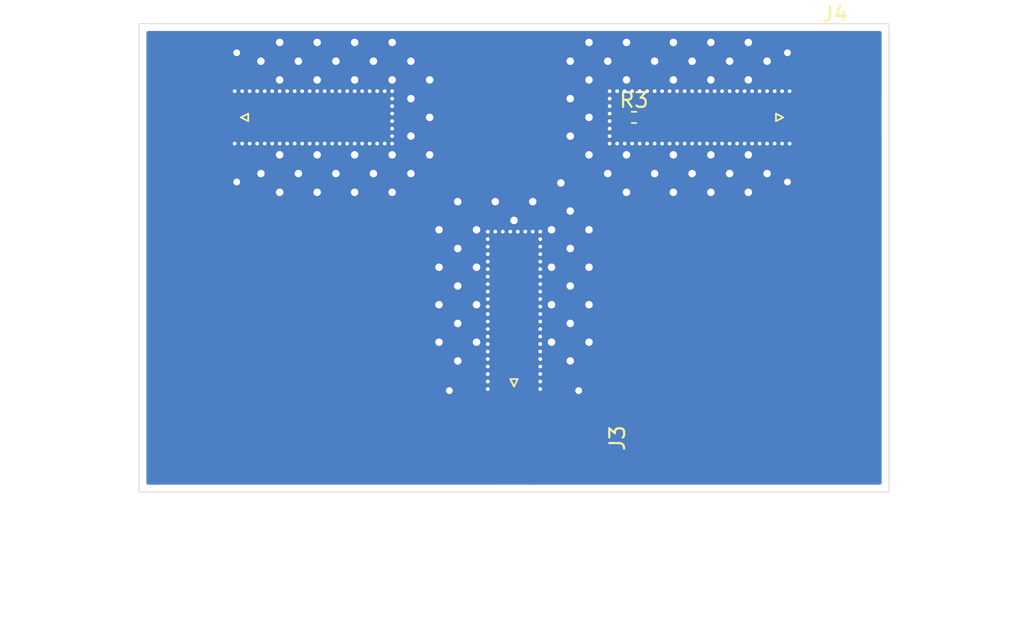
<source format=kicad_pcb>
(kicad_pcb (version 20241229) (generator "pcbnew") (generator_version "9.0")
  (layers (0 "F.Cu" signal) (2 "B.Cu" signal) (13 "F.Paste" user) (15 "B.Paste" user) (5 "F.SilkS" user "F.Silkscreen") (7 "B.SilkS" user "B.Silkscreen") (1 "F.Mask" user) (3 "B.Mask" user) (25 "Edge.Cuts" user))
  (net 0 "")
  (net 1 "GND")
  (net 2 "unconnected-(J3-In-Pad1)")
  (net 3 "Net-(J4-In)")
  (footprint "Connector_Coaxial:SMA_Molex_73251-1153_EdgeMount_Horizontal" (layer "F.Cu") (at 195.645 125.4 180)
    (property "Reference" "J4" (at -1.5 7 0) (layer "F.SilkS"))
    (property "Value" "Conn_Coaxial")
    (fp_line (start 2.5 0.25) (end 2 0) (stroke (width 0.12)) (layer "F.SilkS"))
    (fp_line (start 2.5 -0.25) (end 2.5 0.25) (stroke (width 0.12)) (layer "F.SilkS"))
    (fp_line (start 2 0) (end 2.5 -0.25) (stroke (width 0.12)) (layer "F.SilkS"))
    (pad "1" smd rect (at -1.72 0 180) (size 5.08 2.29) (layers "F.Cu" "F.Mask" "F.Paste") (net 3 "Net-(J4-In)"))
    (pad "2" smd rect (at -1.72 -4.38 180) (size 5.08 2.42) (layers "F.Cu" "F.Mask" "F.Paste") (net 1 "GND"))
    (pad "2" smd rect (at -1.72 -4.38 180) (size 5.08 2.42) (layers "B.Cu" "B.Mask" "B.Paste") (net 1 "GND"))
    (pad "2" smd rect (at -1.72 4.38 180) (size 5.08 2.42) (layers "F.Cu" "F.Mask" "F.Paste") (net 1 "GND"))
    (pad "2" smd rect (at -1.72 4.38 180) (size 5.08 2.42) (layers "B.Cu" "B.Mask" "B.Paste") (net 1 "GND"))
    (pad "2" smd rect (at 1.27 -4.38 180) (size 0.95 0.46) (layers "F.Cu") (net 1 "GND"))
    (pad "2" smd rect (at 1.27 -4.38 180) (size 0.95 0.46) (layers "B.Cu") (net 1 "GND"))
    (pad "2" smd rect (at 1.27 4.38 180) (size 0.95 0.46) (layers "F.Cu") (net 1 "GND"))
    (pad "2" smd rect (at 1.27 4.38 180) (size 0.95 0.46) (layers "B.Cu") (net 1 "GND"))
    (pad "2" thru_hole circle (at 1.72 -4.38 180) (size 0.97 0.97) (drill 0.46) (layers "*.Cu") (net 1 "GND"))
    (pad "2" thru_hole circle (at 1.72 4.38 180) (size 0.97 0.97) (drill 0.46) (layers "*.Cu") (net 1 "GND"))
  )
  (footprint "Connector_Coaxial:SMA_Molex_73251-1153_EdgeMount_Horizontal" (layer "F.Cu") (at 154.895 125.4)
    (property "Reference" "J2" (hide yes))
    (property "Value" "Conn_Coaxial")
    (fp_line (start 2 0) (end 2.5 -0.25) (stroke (width 0.12)) (layer "F.SilkS"))
    (fp_line (start 2.5 -0.25) (end 2.5 0.25) (stroke (width 0.12)) (layer "F.SilkS"))
    (fp_line (start 2.5 0.25) (end 2 0) (stroke (width 0.12)) (layer "F.SilkS"))
    (pad "1" smd rect (at -1.72 0) (size 5.08 2.29) (layers "F.Cu" "F.Mask" "F.Paste") (net 1 "GND"))
    (pad "2" smd rect (at -1.72 -4.38) (size 5.08 2.42) (layers "F.Cu" "F.Mask" "F.Paste") (net 1 "GND"))
    (pad "2" smd rect (at -1.72 -4.38) (size 5.08 2.42) (layers "B.Cu" "B.Mask" "B.Paste") (net 1 "GND"))
    (pad "2" smd rect (at -1.72 4.38) (size 5.08 2.42) (layers "F.Cu" "F.Mask" "F.Paste") (net 1 "GND"))
    (pad "2" smd rect (at -1.72 4.38) (size 5.08 2.42) (layers "B.Cu" "B.Mask" "B.Paste") (net 1 "GND"))
    (pad "2" smd rect (at 1.27 -4.38) (size 0.95 0.46) (layers "F.Cu") (net 1 "GND"))
    (pad "2" smd rect (at 1.27 -4.38) (size 0.95 0.46) (layers "B.Cu") (net 1 "GND"))
    (pad "2" smd rect (at 1.27 4.38) (size 0.95 0.46) (layers "F.Cu") (net 1 "GND"))
    (pad "2" smd rect (at 1.27 4.38) (size 0.95 0.46) (layers "B.Cu") (net 1 "GND"))
    (pad "2" thru_hole circle (at 1.72 -4.38) (size 0.97 0.97) (drill 0.46) (layers "*.Cu") (net 1 "GND"))
    (pad "2" thru_hole circle (at 1.72 4.38) (size 0.97 0.97) (drill 0.46) (layers "*.Cu") (net 1 "GND"))
  )
  (footprint "Resistor_SMD:R_0402_1005Metric" (layer "F.Cu") (at 183.528 125.4)
    (property "Reference" "R3" (at 0 -1.17 0) (layer "F.SilkS"))
    (property "Value" "50")
    (fp_line (start -0.153641 -0.38) (end 0.153641 -0.38) (stroke (width 0.12)) (layer "F.SilkS"))
    (fp_line (start -0.153641 0.38) (end 0.153641 0.38) (stroke (width 0.12)) (layer "F.SilkS"))
    (pad "1" smd roundrect (at -0.51 0) (size 0.54 0.64) (layers "F.Cu" "F.Mask" "F.Paste") (net 1 "GND"))
    (pad "2" smd roundrect (at 0.51 0) (size 0.54 0.64) (layers "F.Cu" "F.Mask" "F.Paste") (net 3 "Net-(J4-In)"))
  )
  (footprint "Connector_Coaxial:SMA_Molex_73251-1153_EdgeMount_Horizontal" (layer "F.Cu") (at 175.4 145.645 90)
    (property "Reference" "J3" (at -1.5 7 90) (layer "F.SilkS"))
    (property "Value" "Conn_Coaxial")
    (fp_line (start 2.5 -0.25) (end 2.5 0.25) (stroke (width 0.12)) (layer "F.SilkS"))
    (fp_line (start 2 0) (end 2.5 -0.25) (stroke (width 0.12)) (layer "F.SilkS"))
    (fp_line (start 2.5 0.25) (end 2 0) (stroke (width 0.12)) (layer "F.SilkS"))
    (pad "1" smd rect (at -1.72 0 90) (size 5.08 2.29) (layers "F.Cu" "F.Mask" "F.Paste") (net 2 "unconnected-(J3-In-Pad1)"))
    (pad "2" smd rect (at -1.72 -4.38 90) (size 5.08 2.42) (layers "F.Cu" "F.Mask" "F.Paste") (net 1 "GND"))
    (pad "2" smd rect (at -1.72 -4.38 90) (size 5.08 2.42) (layers "B.Cu" "B.Mask" "B.Paste") (net 1 "GND"))
    (pad "2" smd rect (at -1.72 4.38 90) (size 5.08 2.42) (layers "F.Cu" "F.Mask" "F.Paste") (net 1 "GND"))
    (pad "2" smd rect (at -1.72 4.38 90) (size 5.08 2.42) (layers "B.Cu" "B.Mask" "B.Paste") (net 1 "GND"))
    (pad "2" smd rect (at 1.27 -4.38 90) (size 0.95 0.46) (layers "F.Cu") (net 1 "GND"))
    (pad "2" smd rect (at 1.27 -4.38 90) (size 0.95 0.46) (layers "B.Cu") (net 1 "GND"))
    (pad "2" smd rect (at 1.27 4.38 90) (size 0.95 0.46) (layers "F.Cu") (net 1 "GND"))
    (pad "2" smd rect (at 1.27 4.38 90) (size 0.95 0.46) (layers "B.Cu") (net 1 "GND"))
    (pad "2" thru_hole circle (at 1.72 -4.38 90) (size 0.97 0.97) (drill 0.46) (layers "*.Cu") (net 1 "GND"))
    (pad "2" thru_hole circle (at 1.72 4.38 90) (size 0.97 0.97) (drill 0.46) (layers "*.Cu") (net 1 "GND"))
  )
  (gr_rect (start 150 119.05) (end 200.8 150.8) (stroke (width 0.05)) (fill no) (layer "Edge.Cuts"))
  (segment (start 166.641558 125.4) (end 165.494 125.4) (width 0.2) (layer "F.Cu") (net 1))
  (segment (start 153.175 125.4) (end 165.494 125.4) (width 0.94742) (layer "F.Cu") (net 1))
  (via (at 191.529 127.178) (size 0.508) (drill 0.254) (layers "F.Cu" "B.Cu") (net 1))
  (via (at 186.195 122.86) (size 1.016) (drill 0.508) (layers "F.Cu" "B.Cu") (net 1))
  (via (at 164.097 127.178) (size 0.508) (drill 0.254) (layers "F.Cu" "B.Cu") (net 1))
  (via (at 193.561 127.178) (size 0.508) (drill 0.254) (layers "F.Cu" "B.Cu") (net 1))
  (via (at 167.145 120.32) (size 1.016) (drill 0.508) (layers "F.Cu" "B.Cu") (net 1))
  (via (at 178.575 129.845) (size 1.016) (drill 0.508) (layers "F.Cu" "B.Cu") (net 1))
  (via (at 169.685 127.94) (size 1.016) (drill 0.508) (layers "F.Cu" "B.Cu") (net 1))
  (via (at 180.48 127.94) (size 1.016) (drill 0.508) (layers "F.Cu" "B.Cu") (net 1))
  (via (at 160.795 129.21) (size 1.016) (drill 0.508) (layers "F.Cu" "B.Cu") (net 1))
  (via (at 180.48 138.1) (size 1.016) (drill 0.508) (layers "F.Cu" "B.Cu") (net 1))
  (via (at 163.589 123.622) (size 0.508) (drill 0.254) (layers "F.Cu" "B.Cu") (net 1))
  (via (at 171.59 131.115) (size 1.016) (drill 0.508) (layers "F.Cu" "B.Cu") (net 1))
  (via (at 171.59 141.91) (size 1.016) (drill 0.508) (layers "F.Cu" "B.Cu") (net 1))
  (via (at 159.017 127.178) (size 0.508) (drill 0.254) (layers "F.Cu" "B.Cu") (net 1))
  (via (at 183.909 123.622) (size 0.508) (drill 0.254) (layers "F.Cu" "B.Cu") (net 1))
  (via (at 170.32 138.1) (size 1.016) (drill 0.508) (layers "F.Cu" "B.Cu") (net 1))
  (via (at 192.545 129.21) (size 1.016) (drill 0.508) (layers "F.Cu" "B.Cu") (net 1))
  (via (at 160.033 127.178) (size 0.508) (drill 0.254) (layers "F.Cu" "B.Cu") (net 1))
  (via (at 191.275 130.48) (size 1.016) (drill 0.508) (layers "F.Cu" "B.Cu") (net 1))
  (via (at 170.32 133.02) (size 1.016) (drill 0.508) (layers "F.Cu" "B.Cu") (net 1))
  (via (at 173.622 137.719) (size 0.508) (drill 0.254) (layers "F.Cu" "B.Cu") (net 1))
  (via (at 177.178 141.275) (size 0.508) (drill 0.254) (layers "F.Cu" "B.Cu") (net 1))
  (via (at 161.049 127.178) (size 0.508) (drill 0.254) (layers "F.Cu" "B.Cu") (net 1))
  (via (at 173.622 141.275) (size 0.508) (drill 0.254) (layers "F.Cu" "B.Cu") (net 1))
  (via (at 191.275 120.32) (size 1.016) (drill 0.508) (layers "F.Cu" "B.Cu") (net 1))
  (via (at 174.13 133.147) (size 0.508) (drill 0.254) (layers "F.Cu" "B.Cu") (net 1))
  (via (at 160.033 123.622) (size 0.508) (drill 0.254) (layers "F.Cu" "B.Cu") (net 1))
  (via (at 159.525 127.178) (size 0.508) (drill 0.254) (layers "F.Cu" "B.Cu") (net 1))
  (via (at 164.605 127.178) (size 0.508) (drill 0.254) (layers "F.Cu" "B.Cu") (net 1))
  (via (at 173.622 136.195) (size 0.508) (drill 0.254) (layers "F.Cu" "B.Cu") (net 1))
  (via (at 183.02 120.32) (size 1.016) (drill 0.508) (layers "F.Cu" "B.Cu") (net 1))
  (via (at 188.735 130.48) (size 1.016) (drill 0.508) (layers "F.Cu" "B.Cu") (net 1))
  (via (at 168.415 126.67) (size 1.016) (drill 0.508) (layers "F.Cu" "B.Cu") (net 1))
  (via (at 180.48 120.32) (size 1.016) (drill 0.508) (layers "F.Cu" "B.Cu") (net 1))
  (via (at 187.465 123.622) (size 0.508) (drill 0.254) (layers "F.Cu" "B.Cu") (net 1))
  (via (at 186.957 127.178) (size 0.508) (drill 0.254) (layers "F.Cu" "B.Cu") (net 1))
  (via (at 188.989 127.178) (size 0.508) (drill 0.254) (layers "F.Cu" "B.Cu") (net 1))
  (via (at 173.622 141.783) (size 0.508) (drill 0.254) (layers "F.Cu" "B.Cu") (net 1))
  (via (at 185.433 127.178) (size 0.508) (drill 0.254) (layers "F.Cu" "B.Cu") (net 1))
  (via (at 167.145 124.13) (size 0.508) (drill 0.254) (layers "F.Cu" "B.Cu") (net 1))
  (via (at 173.622 136.703) (size 0.508) (drill 0.254) (layers "F.Cu" "B.Cu") (net 1))
  (via (at 170.32 135.56) (size 1.016) (drill 0.508) (layers "F.Cu" "B.Cu") (net 1))
  (via (at 183.909 127.178) (size 0.508) (drill 0.254) (layers "F.Cu" "B.Cu") (net 1))
  (via (at 165.621 123.622) (size 0.508) (drill 0.254) (layers "F.Cu" "B.Cu") (net 1))
  (via (at 159.525 127.94) (size 1.016) (drill 0.508) (layers "F.Cu" "B.Cu") (net 1))
  (via (at 161.557 123.622) (size 0.508) (drill 0.254) (layers "F.Cu" "B.Cu") (net 1))
  (via (at 181.877 126.67) (size 0.508) (drill 0.254) (layers "F.Cu" "B.Cu") (net 1))
  (via (at 162.065 127.178) (size 0.508) (drill 0.254) (layers "F.Cu" "B.Cu") (net 1))
  (via (at 177.178 135.179) (size 0.508) (drill 0.254) (layers "F.Cu" "B.Cu") (net 1))
  (via (at 179.21 121.59) (size 1.016) (drill 0.508) (layers "F.Cu" "B.Cu") (net 1))
  (via (at 159.017 123.622) (size 0.508) (drill 0.254) (layers "F.Cu" "B.Cu") (net 1))
  (via (at 188.481 123.622) (size 0.508) (drill 0.254) (layers "F.Cu" "B.Cu") (net 1))
  (via (at 167.145 126.67) (size 0.508) (drill 0.254) (layers "F.Cu" "B.Cu") (net 1))
  (via (at 157.493 123.622) (size 0.508) (drill 0.254) (layers "F.Cu" "B.Cu") (net 1))
  (via (at 180.48 125.4) (size 1.016) (drill 0.508) (layers "F.Cu" "B.Cu") (net 1))
  (via (at 184.417 127.178) (size 0.508) (drill 0.254) (layers "F.Cu" "B.Cu") (net 1))
  (via (at 167.145 124.638) (size 0.508) (drill 0.254) (layers "F.Cu" "B.Cu") (net 1))
  (via (at 190.005 121.59) (size 1.016) (drill 0.508) (layers "F.Cu" "B.Cu") (net 1))
  (via (at 173.622 140.259) (size 0.508) (drill 0.254) (layers "F.Cu" "B.Cu") (net 1))
  (via (at 190.005 123.622) (size 0.508) (drill 0.254) (layers "F.Cu" "B.Cu") (net 1))
  (via (at 162.573 123.622) (size 0.508) (drill 0.254) (layers "F.Cu" "B.Cu") (net 1))
  (via (at 181.877 124.13) (size 0.508) (drill 0.254) (layers "F.Cu" "B.Cu") (net 1))
  (via (at 193.053 127.178) (size 0.508) (drill 0.254) (layers "F.Cu" "B.Cu") (net 1))
  (via (at 173.622 142.799) (size 0.508) (drill 0.254) (layers "F.Cu" "B.Cu") (net 1))
  (via (at 192.037 123.622) (size 0.508) (drill 0.254) (layers "F.Cu" "B.Cu") (net 1))
  (via (at 179.21 139.37) (size 1.016) (drill 0.508) (layers "F.Cu" "B.Cu") (net 1))
  (via (at 189.497 127.178) (size 0.508) (drill 0.254) (layers "F.Cu" "B.Cu") (net 1))
  (via (at 181.75 121.59) (size 1.016) (drill 0.508) (layers "F.Cu" "B.Cu") (net 1))
  (via (at 182.385 127.178) (size 0.508) (drill 0.254) (layers "F.Cu" "B.Cu") (net 1))
  (via (at 163.589 127.178) (size 0.508) (drill 0.254) (layers "F.Cu" "B.Cu") (net 1))
  (via (at 192.545 123.622) (size 0.508) (drill 0.254) (layers "F.Cu" "B.Cu") (net 1))
  (via (at 192.545 127.178) (size 0.508) (drill 0.254) (layers "F.Cu" "B.Cu") (net 1))
  (via (at 177.178 134.163) (size 0.508) (drill 0.254) (layers "F.Cu" "B.Cu") (net 1))
  (via (at 185.433 123.622) (size 0.508) (drill 0.254) (layers "F.Cu" "B.Cu") (net 1))
  (via (at 177.178 133.655) (size 0.508) (drill 0.254) (layers "F.Cu" "B.Cu") (net 1))
  (via (at 173.622 133.147) (size 0.508) (drill 0.254) (layers "F.Cu" "B.Cu") (net 1))
  (via (at 190.005 129.21) (size 1.016) (drill 0.508) (layers "F.Cu" "B.Cu") (net 1))
  (via (at 160.795 121.59) (size 1.016) (drill 0.508) (layers "F.Cu" "B.Cu") (net 1))
  (via (at 186.449 127.178) (size 0.508) (drill 0.254) (layers "F.Cu" "B.Cu") (net 1))
  (via (at 167.145 130.48) (size 1.016) (drill 0.508) (layers "F.Cu" "B.Cu") (net 1))
  (via (at 181.75 129.21) (size 1.016) (drill 0.508) (layers "F.Cu" "B.Cu") (net 1))
  (via (at 173.622 138.227) (size 0.508) (drill 0.254) (layers "F.Cu" "B.Cu") (net 1))
  (via (at 162.065 123.622) (size 0.508) (drill 0.254) (layers "F.Cu" "B.Cu") (net 1))
  (via (at 180.48 140.64) (size 1.016) (drill 0.508) (layers "F.Cu" "B.Cu") (net 1))
  (via (at 180.48 133.02) (size 1.016) (drill 0.508) (layers "F.Cu" "B.Cu") (net 1))
  (via (at 177.94 138.1) (size 1.016) (drill 0.508) (layers "F.Cu" "B.Cu") (net 1))
  (via (at 163.081 123.622) (size 0.508) (drill 0.254) (layers "F.Cu" "B.Cu") (net 1))
  (via (at 177.178 139.243) (size 0.508) (drill 0.254) (layers "F.Cu" "B.Cu") (net 1))
  (via (at 162.573 127.178) (size 0.508) (drill 0.254) (layers "F.Cu" "B.Cu") (net 1))
  (via (at 158.001 127.178) (size 0.508) (drill 0.254) (layers "F.Cu" "B.Cu") (net 1))
  (via (at 173.622 137.211) (size 0.508) (drill 0.254) (layers "F.Cu" "B.Cu") (net 1))
  (via (at 173.622 134.163) (size 0.508) (drill 0.254) (layers "F.Cu" "B.Cu") (net 1))
  (via (at 165.621 127.178) (size 0.508) (drill 0.254) (layers "F.Cu" "B.Cu") (net 1))
  (via (at 181.877 127.178) (size 0.508) (drill 0.254) (layers "F.Cu" "B.Cu") (net 1))
  (via (at 166.129 123.622) (size 0.508) (drill 0.254) (layers "F.Cu" "B.Cu") (net 1))
  (via (at 164.605 123.622) (size 0.508) (drill 0.254) (layers "F.Cu" "B.Cu") (net 1))
  (via (at 164.605 127.94) (size 1.016) (drill 0.508) (layers "F.Cu" "B.Cu") (net 1))
  (via (at 172.86 138.1) (size 1.016) (drill 0.508) (layers "F.Cu" "B.Cu") (net 1))
  (via (at 185.941 123.622) (size 0.508) (drill 0.254) (layers "F.Cu" "B.Cu") (net 1))
  (via (at 169.685 125.4) (size 1.016) (drill 0.508) (layers "F.Cu" "B.Cu") (net 1))
  (via (at 175.146 133.147) (size 0.508) (drill 0.254) (layers "F.Cu" "B.Cu") (net 1))
  (via (at 187.973 123.622) (size 0.508) (drill 0.254) (layers "F.Cu" "B.Cu") (net 1))
  (via (at 191.021 127.178) (size 0.508) (drill 0.254) (layers "F.Cu" "B.Cu") (net 1))
  (via (at 175.654 133.147) (size 0.508) (drill 0.254) (layers "F.Cu" "B.Cu") (net 1))
  (via (at 182.893 127.178) (size 0.508) (drill 0.254) (layers "F.Cu" "B.Cu") (net 1))
  (via (at 191.529 123.622) (size 0.508) (drill 0.254) (layers "F.Cu" "B.Cu") (net 1))
  (via (at 158.509 123.622) (size 0.508) (drill 0.254) (layers "F.Cu" "B.Cu") (net 1))
  (via (at 177.178 142.799) (size 0.508) (drill 0.254) (layers "F.Cu" "B.Cu") (net 1))
  (via (at 181.877 125.654) (size 0.508) (drill 0.254) (layers "F.Cu" "B.Cu") (net 1))
  (via (at 177.178 137.211) (size 0.508) (drill 0.254) (layers "F.Cu" "B.Cu") (net 1))
  (via (at 176.67 133.147) (size 0.508) (drill 0.254) (layers "F.Cu" "B.Cu") (net 1))
  (via (at 179.21 141.91) (size 1.016) (drill 0.508) (layers "F.Cu" "B.Cu") (net 1))
  (via (at 173.622 140.767) (size 0.508) (drill 0.254) (layers "F.Cu" "B.Cu") (net 1))
  (via (at 168.415 124.13) (size 1.016) (drill 0.508) (layers "F.Cu" "B.Cu") (net 1))
  (via (at 184.925 127.178) (size 0.508) (drill 0.254) (layers "F.Cu" "B.Cu") (net 1))
  (via (at 187.973 127.178) (size 0.508) (drill 0.254) (layers "F.Cu" "B.Cu") (net 1))
  (via (at 188.735 122.86) (size 1.016) (drill 0.508) (layers "F.Cu" "B.Cu") (net 1))
  (via (at 174.638 133.147) (size 0.508) (drill 0.254) (layers "F.Cu" "B.Cu") (net 1))
  (via (at 173.622 143.815) (size 0.508) (drill 0.254) (layers "F.Cu" "B.Cu") (net 1))
  (via (at 173.622 135.687) (size 0.508) (drill 0.254) (layers "F.Cu" "B.Cu") (net 1))
  (via (at 167.145 123.622) (size 0.508) (drill 0.254) (layers "F.Cu" "B.Cu") (net 1))
  (via (at 188.481 127.178) (size 0.508) (drill 0.254) (layers "F.Cu" "B.Cu") (net 1))
  (via (at 159.525 120.32) (size 1.016) (drill 0.508) (layers "F.Cu" "B.Cu") (net 1))
  (via (at 186.195 130.48) (size 1.016) (drill 0.508) (layers "F.Cu" "B.Cu") (net 1))
  (via (at 191.275 127.94) (size 1.016) (drill 0.508) (layers "F.Cu" "B.Cu") (net 1))
  (via (at 191.021 123.622) (size 0.508) (drill 0.254) (layers "F.Cu" "B.Cu") (net 1))
  (via (at 177.178 143.307) (size 0.508) (drill 0.254) (layers "F.Cu" "B.Cu") (net 1))
  (via (at 166.637 127.178) (size 0.508) (drill 0.254) (layers "F.Cu" "B.Cu") (net 1))
  (via (at 184.417 123.622) (size 0.508) (drill 0.254) (layers "F.Cu" "B.Cu") (net 1))
  (via (at 165.113 127.178) (size 0.508) (drill 0.254) (layers "F.Cu" "B.Cu") (net 1))
  (via (at 194.069 127.178) (size 0.508) (drill 0.254) (layers "F.Cu" "B.Cu") (net 1))
  (via (at 187.465 121.59) (size 1.016) (drill 0.508) (layers "F.Cu" "B.Cu") (net 1))
  (via (at 186.957 123.622) (size 0.508) (drill 0.254) (layers "F.Cu" "B.Cu") (net 1))
  (via (at 177.178 133.147) (size 0.508) (drill 0.254) (layers "F.Cu" "B.Cu") (net 1))
  (via (at 167.145 127.94) (size 1.016) (drill 0.508) (layers "F.Cu" "B.Cu") (net 1))
  (via (at 159.525 122.86) (size 1.016) (drill 0.508) (layers "F.Cu" "B.Cu") (net 1))
  (via (at 165.875 129.21) (size 1.016) (drill 0.508) (layers "F.Cu" "B.Cu") (net 1))
  (via (at 181.877 125.146) (size 0.508) (drill 0.254) (layers "F.Cu" "B.Cu") (net 1))
  (via (at 158.509 127.178) (size 0.508) (drill 0.254) (layers "F.Cu" "B.Cu") (net 1))
  (via (at 167.145 125.146) (size 0.508) (drill 0.254) (layers "F.Cu" "B.Cu") (net 1))
  (via (at 188.735 120.32) (size 1.016) (drill 0.508) (layers "F.Cu" "B.Cu") (net 1))
  (via (at 156.477 127.178) (size 0.508) (drill 0.254) (layers "F.Cu" "B.Cu") (net 1))
  (via (at 162.065 120.32) (size 1.016) (drill 0.508) (layers "F.Cu" "B.Cu") (net 1))
  (via (at 161.557 127.178) (size 0.508) (drill 0.254) (layers "F.Cu" "B.Cu") (net 1))
  (via (at 187.465 127.178) (size 0.508) (drill 0.254) (layers "F.Cu" "B.Cu") (net 1))
  (via (at 186.195 120.32) (size 1.016) (drill 0.508) (layers "F.Cu" "B.Cu") (net 1))
  (via (at 185.941 127.178) (size 0.508) (drill 0.254) (layers "F.Cu" "B.Cu") (net 1))
  (via (at 167.145 125.654) (size 0.508) (drill 0.254) (layers "F.Cu" "B.Cu") (net 1))
  (via (at 162.065 130.48) (size 1.016) (drill 0.508) (layers "F.Cu" "B.Cu") (net 1))
  (via (at 159.525 130.48) (size 1.016) (drill 0.508) (layers "F.Cu" "B.Cu") (net 1))
  (via (at 163.335 129.21) (size 1.016) (drill 0.508) (layers "F.Cu" "B.Cu") (net 1))
  (via (at 188.735 127.94) (size 1.016) (drill 0.508) (layers "F.Cu" "B.Cu") (net 1))
  (via (at 193.053 123.622) (size 0.508) (drill 0.254) (layers "F.Cu" "B.Cu") (net 1))
  (via (at 182.385 123.622) (size 0.508) (drill 0.254) (layers "F.Cu" "B.Cu") (net 1))
  (via (at 158.255 121.59) (size 1.016) (drill 0.508) (layers "F.Cu" "B.Cu") (net 1))
  (via (at 177.178 139.751) (size 0.508) (drill 0.254) (layers "F.Cu" "B.Cu") (net 1))
  (via (at 173.622 139.751) (size 0.508) (drill 0.254) (layers "F.Cu" "B.Cu") (net 1))
  (via (at 168.415 121.59) (size 1.016) (drill 0.508) (layers "F.Cu" "B.Cu") (net 1))
  (via (at 160.541 127.178) (size 0.508) (drill 0.254) (layers "F.Cu" "B.Cu") (net 1))
  (via (at 164.605 120.32) (size 1.016) (drill 0.508) (layers "F.Cu" "B.Cu") (net 1))
  (via (at 190.005 127.178) (size 0.508) (drill 0.254) (layers "F.Cu" "B.Cu") (net 1))
  (via (at 163.335 121.59) (size 1.016) (drill 0.508) (layers "F.Cu" "B.Cu") (net 1))
  (via (at 192.545 121.59) (size 1.016) (drill 0.508) (layers "F.Cu" "B.Cu") (net 1))
  (via (at 169.685 122.86) (size 1.016) (drill 0.508) (layers "F.Cu" "B.Cu") (net 1))
  (via (at 177.178 135.687) (size 0.508) (drill 0.254) (layers "F.Cu" "B.Cu") (net 1))
  (via (at 167.145 127.178) (size 0.508) (drill 0.254) (layers "F.Cu" "B.Cu") (net 1))
  (via (at 165.113 123.622) (size 0.508) (drill 0.254) (layers "F.Cu" "B.Cu") (net 1))
  (via (at 177.178 140.767) (size 0.508) (drill 0.254) (layers "F.Cu" "B.Cu") (net 1))
  (via (at 159.525 123.622) (size 0.508) (drill 0.254) (layers "F.Cu" "B.Cu") (net 1))
  (via (at 173.622 139.243) (size 0.508) (drill 0.254) (layers "F.Cu" "B.Cu") (net 1))
  (via (at 160.541 123.622) (size 0.508) (drill 0.254) (layers "F.Cu" "B.Cu") (net 1))
  (via (at 184.925 123.622) (size 0.508) (drill 0.254) (layers "F.Cu" "B.Cu") (net 1))
  (via (at 173.622 138.735) (size 0.508) (drill 0.254) (layers "F.Cu" "B.Cu") (net 1))
  (via (at 167.145 126.162) (size 0.508) (drill 0.254) (layers "F.Cu" "B.Cu") (net 1))
  (via (at 180.48 135.56) (size 1.016) (drill 0.508) (layers "F.Cu" "B.Cu") (net 1))
  (via (at 162.065 127.94) (size 1.016) (drill 0.508) (layers "F.Cu" "B.Cu") (net 1))
  (via (at 175.4 132.385) (size 1.016) (drill 0.508) (layers "F.Cu" "B.Cu") (net 1))
  (via (at 180.48 122.86) (size 1.016) (drill 0.508) (layers "F.Cu" "B.Cu") (net 1))
  (via (at 186.449 123.622) (size 0.508) (drill 0.254) (layers "F.Cu" "B.Cu") (net 1))
  (via (at 184.925 129.21) (size 1.016) (drill 0.508) (layers "F.Cu" "B.Cu") (net 1))
  (via (at 183.401 123.622) (size 0.508) (drill 0.254) (layers "F.Cu" "B.Cu") (net 1))
  (via (at 183.02 122.86) (size 1.016) (drill 0.508) (layers "F.Cu" "B.Cu") (net 1))
  (via (at 179.21 134.29) (size 1.016) (drill 0.508) (layers "F.Cu" "B.Cu") (net 1))
  (via (at 168.415 129.21) (size 1.016) (drill 0.508) (layers "F.Cu" "B.Cu") (net 1))
  (via (at 173.622 134.671) (size 0.508) (drill 0.254) (layers "F.Cu" "B.Cu") (net 1))
  (via (at 182.893 123.622) (size 0.508) (drill 0.254) (layers "F.Cu" "B.Cu") (net 1))
  (via (at 177.94 135.56) (size 1.016) (drill 0.508) (layers "F.Cu" "B.Cu") (net 1))
  (via (at 181.877 124.638) (size 0.508) (drill 0.254) (layers "F.Cu" "B.Cu") (net 1))
  (via (at 177.178 143.815) (size 0.508) (drill 0.254) (layers "F.Cu" "B.Cu") (net 1))
  (via (at 190.513 127.178) (size 0.508) (drill 0.254) (layers "F.Cu" "B.Cu") (net 1))
  (via (at 186.195 127.94) (size 1.016) (drill 0.508) (layers "F.Cu" "B.Cu") (net 1))
  (via (at 164.097 123.622) (size 0.508) (drill 0.254) (layers "F.Cu" "B.Cu") (net 1))
  (via (at 170.32 140.64) (size 1.016) (drill 0.508) (layers "F.Cu" "B.Cu") (net 1))
  (via (at 172.86 135.56) (size 1.016) (drill 0.508) (layers "F.Cu" "B.Cu") (net 1))
  (via (at 179.21 126.67) (size 1.016) (drill 0.508) (layers "F.Cu" "B.Cu") (net 1))
  (via (at 181.877 126.162) (size 0.508) (drill 0.254) (layers "F.Cu" "B.Cu") (net 1))
  (via (at 177.178 140.259) (size 0.508) (drill 0.254) (layers "F.Cu" "B.Cu") (net 1))
  (via (at 173.622 142.291) (size 0.508) (drill 0.254) (layers "F.Cu" "B.Cu") (net 1))
  (via (at 183.02 127.94) (size 1.016) (drill 0.508) (layers "F.Cu" "B.Cu") (net 1))
  (via (at 173.622 133.655) (size 0.508) (drill 0.254) (layers "F.Cu" "B.Cu") (net 1))
  (via (at 166.129 127.178) (size 0.508) (drill 0.254) (layers "F.Cu" "B.Cu") (net 1))
  (via (at 183.401 127.178) (size 0.508) (drill 0.254) (layers "F.Cu" "B.Cu") (net 1))
  (via (at 177.178 138.227) (size 0.508) (drill 0.254) (layers "F.Cu" "B.Cu") (net 1))
  (via (at 179.21 136.83) (size 1.016) (drill 0.508) (layers "F.Cu" "B.Cu") (net 1))
  (via (at 187.465 129.21) (size 1.016) (drill 0.508) (layers "F.Cu" "B.Cu") (net 1))
  (via (at 167.145 122.86) (size 1.016) (drill 0.508) (layers "F.Cu" "B.Cu") (net 1))
  (via (at 184.925 121.59) (size 1.016) (drill 0.508) (layers "F.Cu" "B.Cu") (net 1))
  (via (at 188.989 123.622) (size 0.508) (drill 0.254) (layers "F.Cu" "B.Cu") (net 1))
  (via (at 191.275 122.86) (size 1.016) (drill 0.508) (layers "F.Cu" "B.Cu") (net 1))
  (via (at 157.493 127.178) (size 0.508) (drill 0.254) (layers "F.Cu" "B.Cu") (net 1))
  (via (at 164.605 122.86) (size 1.016) (drill 0.508) (layers "F.Cu" "B.Cu") (net 1))
  (via (at 171.59 134.29) (size 1.016) (drill 0.508) (layers "F.Cu" "B.Cu") (net 1))
  (via (at 158.255 129.21) (size 1.016) (drill 0.508) (layers "F.Cu" "B.Cu") (net 1))
  (via (at 162.065 122.86) (size 1.016) (drill 0.508) (layers "F.Cu" "B.Cu") (net 1))
  (via (at 177.178 136.195) (size 0.508) (drill 0.254) (layers "F.Cu" "B.Cu") (net 1))
  (via (at 174.13 131.115) (size 1.016) (drill 0.508) (layers "F.Cu" "B.Cu") (net 1))
  (via (at 171.59 136.83) (size 1.016) (drill 0.508) (layers "F.Cu" "B.Cu") (net 1))
  (via (at 176.67 131.115) (size 1.016) (drill 0.508) (layers "F.Cu" "B.Cu") (net 1))
  (via (at 189.497 123.622) (size 0.508) (drill 0.254) (layers "F.Cu" "B.Cu") (net 1))
  (via (at 192.037 127.178) (size 0.508) (drill 0.254) (layers "F.Cu" "B.Cu") (net 1))
  (via (at 177.178 134.671) (size 0.508) (drill 0.254) (layers "F.Cu" "B.Cu") (net 1))
  (via (at 181.877 123.622) (size 0.508) (drill 0.254) (layers "F.Cu" "B.Cu") (net 1))
  (via (at 190.513 123.622) (size 0.508) (drill 0.254) (layers "F.Cu" "B.Cu") (net 1))
  (via (at 172.86 133.02) (size 1.016) (drill 0.508) (layers "F.Cu" "B.Cu") (net 1))
  (via (at 177.178 137.719) (size 0.508) (drill 0.254) (layers "F.Cu" "B.Cu") (net 1))
  (via (at 166.637 123.622) (size 0.508) (drill 0.254) (layers "F.Cu" "B.Cu") (net 1))
  (via (at 193.561 123.622) (size 0.508) (drill 0.254) (layers "F.Cu" "B.Cu") (net 1))
  (via (at 173.622 143.307) (size 0.508) (drill 0.254) (layers "F.Cu" "B.Cu") (net 1))
  (via (at 177.178 138.735) (size 0.508) (drill 0.254) (layers "F.Cu" "B.Cu") (net 1))
  (via (at 165.875 121.59) (size 1.016) (drill 0.508) (layers "F.Cu" "B.Cu") (net 1))
  (via (at 171.59 139.37) (size 1.016) (drill 0.508) (layers "F.Cu" "B.Cu") (net 1))
  (via (at 164.605 130.48) (size 1.016) (drill 0.508) (layers "F.Cu" "B.Cu") (net 1))
  (via (at 177.94 133.02) (size 1.016) (drill 0.508) (layers "F.Cu" "B.Cu") (net 1))
  (via (at 183.02 130.48) (size 1.016) (drill 0.508) (layers "F.Cu" "B.Cu") (net 1))
  (via (at 173.622 135.179) (size 0.508) (drill 0.254) (layers "F.Cu" "B.Cu") (net 1))
  (via (at 177.178 142.291) (size 0.508) (drill 0.254) (layers "F.Cu" "B.Cu") (net 1))
  (via (at 156.985 123.622) (size 0.508) (drill 0.254) (layers "F.Cu" "B.Cu") (net 1))
  (via (at 194.069 123.622) (size 0.508) (drill 0.254) (layers "F.Cu" "B.Cu") (net 1))
  (via (at 156.985 127.178) (size 0.508) (drill 0.254) (layers "F.Cu" "B.Cu") (net 1))
  (via (at 177.178 141.783) (size 0.508) (drill 0.254) (layers "F.Cu" "B.Cu") (net 1))
  (via (at 156.477 123.622) (size 0.508) (drill 0.254) (layers "F.Cu" "B.Cu") (net 1))
  (via (at 179.21 124.13) (size 1.016) (drill 0.508) (layers "F.Cu" "B.Cu") (net 1))
  (via (at 176.162 133.147) (size 0.508) (drill 0.254) (layers "F.Cu" "B.Cu") (net 1))
  (via (at 163.081 127.178) (size 0.508) (drill 0.254) (layers "F.Cu" "B.Cu") (net 1))
  (via (at 161.049 123.622) (size 0.508) (drill 0.254) (layers "F.Cu" "B.Cu") (net 1))
  (via (at 177.178 136.703) (size 0.508) (drill 0.254) (layers "F.Cu" "B.Cu") (net 1))
  (via (at 179.21 131.75) (size 1.016) (drill 0.508) (layers "F.Cu" "B.Cu") (net 1))
  (via (at 172.86 140.64) (size 1.016) (drill 0.508) (layers "F.Cu" "B.Cu") (net 1))
  (via (at 158.001 123.622) (size 0.508) (drill 0.254) (layers "F.Cu" "B.Cu") (net 1))
  (via (at 177.94 140.64) (size 1.016) (drill 0.508) (layers "F.Cu" "B.Cu") (net 1))
  (segment (start 175.4 134.158442) (end 175.4 135.179) (width 0.2) (layer "F.Cu") (net 2))
  (segment (start 175.4 147.365) (end 175.4 135.179) (width 0.94742) (layer "F.Cu") (net 2))
  (segment (start 197.365 125.4) (end 185.306 125.4) (width 0.94742) (layer "F.Cu") (net 3))
  (segment (start 184.158442 125.4) (end 185.306 125.4) (width 0.2) (layer "F.Cu") (net 3))
  (zone (net 1) (net_name "GND") (layers "F.Cu" "B.Cu") (connect_pads yes (clearance 0.1524)) (min_thickness 0.25) (fill yes (thermal_gap 0.5) (thermal_bridge_width 0.5))
    (polygon (pts (xy 200.8 119.05) (xy 150 119.05) (xy 150 150.8) (xy 200.8 150.8)))
  )
)
</source>
